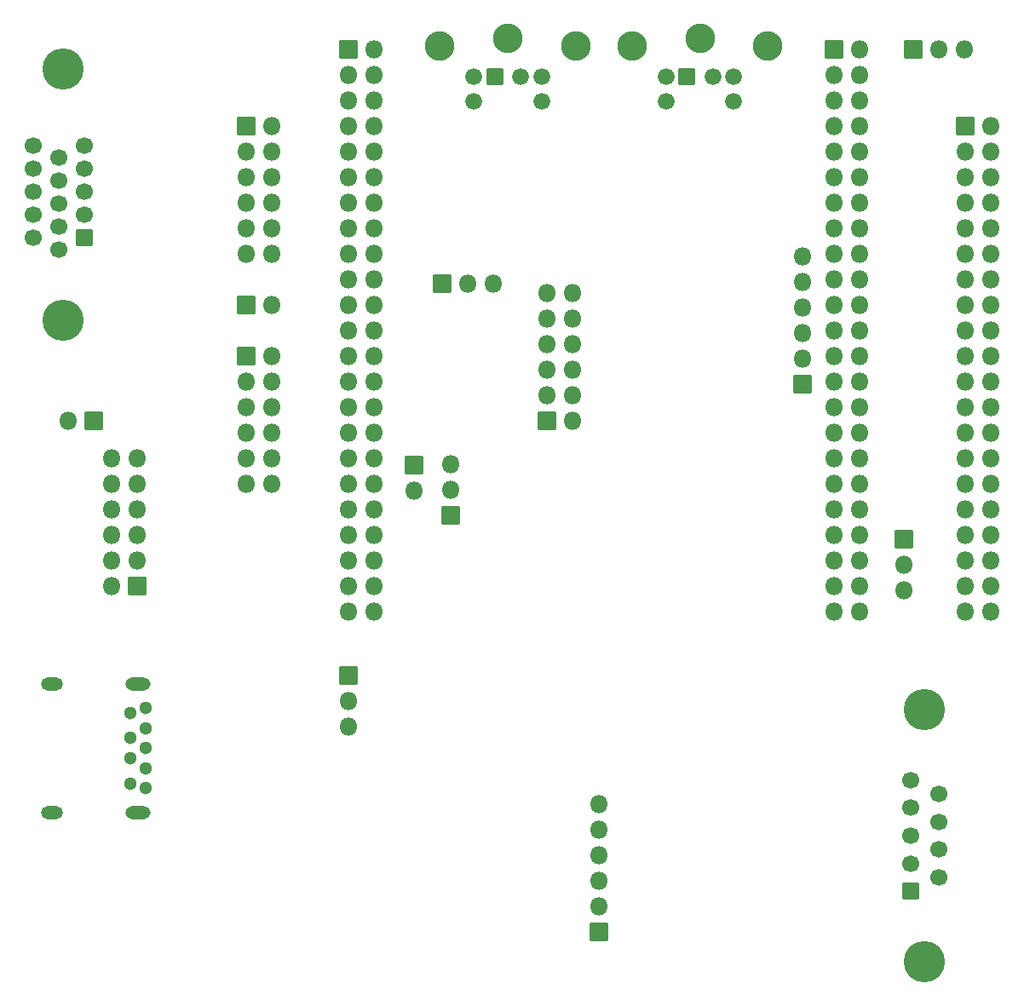
<source format=gbs>
%TF.GenerationSoftware,KiCad,Pcbnew,6.0.0-d3dd2cf0fa~116~ubuntu20.04.1*%
%TF.CreationDate,2022-03-15T23:07:46+01:00*%
%TF.ProjectId,arrow_deca_retro_cape,6172726f-775f-4646-9563-615f72657472,0.71*%
%TF.SameCoordinates,Original*%
%TF.FileFunction,Soldermask,Bot*%
%TF.FilePolarity,Negative*%
%FSLAX46Y46*%
G04 Gerber Fmt 4.6, Leading zero omitted, Abs format (unit mm)*
G04 Created by KiCad (PCBNEW 6.0.0-d3dd2cf0fa~116~ubuntu20.04.1) date 2022-03-15 23:07:46*
%MOMM*%
%LPD*%
G01*
G04 APERTURE LIST*
G04 Aperture macros list*
%AMRoundRect*
0 Rectangle with rounded corners*
0 $1 Rounding radius*
0 $2 $3 $4 $5 $6 $7 $8 $9 X,Y pos of 4 corners*
0 Add a 4 corners polygon primitive as box body*
4,1,4,$2,$3,$4,$5,$6,$7,$8,$9,$2,$3,0*
0 Add four circle primitives for the rounded corners*
1,1,$1+$1,$2,$3*
1,1,$1+$1,$4,$5*
1,1,$1+$1,$6,$7*
1,1,$1+$1,$8,$9*
0 Add four rect primitives between the rounded corners*
20,1,$1+$1,$2,$3,$4,$5,0*
20,1,$1+$1,$4,$5,$6,$7,0*
20,1,$1+$1,$6,$7,$8,$9,0*
20,1,$1+$1,$8,$9,$2,$3,0*%
G04 Aperture macros list end*
%ADD10RoundRect,0.050000X-0.850000X-0.850000X0.850000X-0.850000X0.850000X0.850000X-0.850000X0.850000X0*%
%ADD11O,1.800000X1.800000*%
%ADD12RoundRect,0.050000X0.850000X-0.850000X0.850000X0.850000X-0.850000X0.850000X-0.850000X-0.850000X0*%
%ADD13RoundRect,0.050000X0.850000X0.850000X-0.850000X0.850000X-0.850000X-0.850000X0.850000X-0.850000X0*%
%ADD14C,1.300000*%
%ADD15O,2.500000X1.300000*%
%ADD16O,2.200000X1.300000*%
%ADD17RoundRect,0.050800X-0.787400X-0.787400X0.787400X-0.787400X0.787400X0.787400X-0.787400X0.787400X0*%
%ADD18C,1.676400*%
%ADD19C,2.946400*%
%ADD20C,4.100000*%
%ADD21RoundRect,0.050000X-0.800000X0.800000X-0.800000X-0.800000X0.800000X-0.800000X0.800000X0.800000X0*%
%ADD22C,1.700000*%
%ADD23RoundRect,0.050000X0.800000X-0.800000X0.800000X0.800000X-0.800000X0.800000X-0.800000X-0.800000X0*%
%ADD24RoundRect,0.050000X-0.850000X0.850000X-0.850000X-0.850000X0.850000X-0.850000X0.850000X0.850000X0*%
G04 APERTURE END LIST*
D10*
%TO.C,J9*%
X116840000Y-45720000D03*
D11*
X119380000Y-45720000D03*
X116840000Y-48260000D03*
X119380000Y-48260000D03*
X116840000Y-50800000D03*
X119380000Y-50800000D03*
X116840000Y-53340000D03*
X119380000Y-53340000D03*
X116840000Y-55880000D03*
X119380000Y-55880000D03*
X116840000Y-58420000D03*
X119380000Y-58420000D03*
X116840000Y-60960000D03*
X119380000Y-60960000D03*
X116840000Y-63500000D03*
X119380000Y-63500000D03*
X116840000Y-66040000D03*
X119380000Y-66040000D03*
X116840000Y-68580000D03*
X119380000Y-68580000D03*
X116840000Y-71120000D03*
X119380000Y-71120000D03*
X116840000Y-73660000D03*
X119380000Y-73660000D03*
X116840000Y-76200000D03*
X119380000Y-76200000D03*
X116840000Y-78740000D03*
X119380000Y-78740000D03*
X116840000Y-81280000D03*
X119380000Y-81280000D03*
X116840000Y-83820000D03*
X119380000Y-83820000D03*
X116840000Y-86360000D03*
X119380000Y-86360000D03*
X116840000Y-88900000D03*
X119380000Y-88900000D03*
X116840000Y-91440000D03*
X119380000Y-91440000D03*
X116840000Y-93980000D03*
X119380000Y-93980000D03*
X116840000Y-96520000D03*
X119380000Y-96520000D03*
X116840000Y-99060000D03*
X119380000Y-99060000D03*
X116840000Y-101600000D03*
X119380000Y-101600000D03*
%TD*%
D10*
%TO.C,J8*%
X165100000Y-45720000D03*
D11*
X167640000Y-45720000D03*
X165100000Y-48260000D03*
X167640000Y-48260000D03*
X165100000Y-50800000D03*
X167640000Y-50800000D03*
X165100000Y-53340000D03*
X167640000Y-53340000D03*
X165100000Y-55880000D03*
X167640000Y-55880000D03*
X165100000Y-58420000D03*
X167640000Y-58420000D03*
X165100000Y-60960000D03*
X167640000Y-60960000D03*
X165100000Y-63500000D03*
X167640000Y-63500000D03*
X165100000Y-66040000D03*
X167640000Y-66040000D03*
X165100000Y-68580000D03*
X167640000Y-68580000D03*
X165100000Y-71120000D03*
X167640000Y-71120000D03*
X165100000Y-73660000D03*
X167640000Y-73660000D03*
X165100000Y-76200000D03*
X167640000Y-76200000D03*
X165100000Y-78740000D03*
X167640000Y-78740000D03*
X165100000Y-81280000D03*
X167640000Y-81280000D03*
X165100000Y-83820000D03*
X167640000Y-83820000D03*
X165100000Y-86360000D03*
X167640000Y-86360000D03*
X165100000Y-88900000D03*
X167640000Y-88900000D03*
X165100000Y-91440000D03*
X167640000Y-91440000D03*
X165100000Y-93980000D03*
X167640000Y-93980000D03*
X165100000Y-96520000D03*
X167640000Y-96520000D03*
X165100000Y-99060000D03*
X167640000Y-99060000D03*
X165100000Y-101600000D03*
X167640000Y-101600000D03*
%TD*%
D12*
%TO.C,JP2*%
X126111000Y-68961000D03*
D11*
X128651000Y-68961000D03*
X131191000Y-68961000D03*
%TD*%
D10*
%TO.C,J20*%
X95823469Y-99033400D03*
D11*
X95823469Y-96493400D03*
X95823469Y-93953400D03*
X95823469Y-91413400D03*
X95823469Y-88873400D03*
X95823469Y-86333400D03*
X93283469Y-99033400D03*
X93283469Y-96493400D03*
X93283469Y-93953400D03*
X93283469Y-91413400D03*
X93283469Y-88873400D03*
X93283469Y-86333400D03*
%TD*%
D13*
%TO.C,J16*%
X141745000Y-133426200D03*
D11*
X141745000Y-130886200D03*
X141745000Y-128346200D03*
X141745000Y-125806200D03*
X141745000Y-123266200D03*
X141745000Y-120726200D03*
%TD*%
D14*
%TO.C,J21*%
X95123000Y-111633000D03*
X95123000Y-114133000D03*
X95123000Y-116133000D03*
X95123000Y-118633000D03*
X96623000Y-119133000D03*
X96623000Y-117133000D03*
X96623000Y-115133000D03*
X96623000Y-113133000D03*
X96623000Y-111133000D03*
D15*
X95873000Y-121533000D03*
D16*
X87373000Y-121533000D03*
D15*
X95873000Y-108733000D03*
D16*
X87373000Y-108733000D03*
%TD*%
D13*
%TO.C,J10*%
X136539669Y-82625000D03*
D11*
X139079669Y-82625000D03*
X136539669Y-80085000D03*
X139079669Y-80085000D03*
X136539669Y-77545000D03*
X139079669Y-77545000D03*
X136539669Y-75005000D03*
X139079669Y-75005000D03*
X136539669Y-72465000D03*
X139079669Y-72465000D03*
X136539669Y-69925000D03*
X139079669Y-69925000D03*
%TD*%
D10*
%TO.C,J11*%
X106680000Y-53340000D03*
D11*
X106680000Y-55880000D03*
X106680000Y-58420000D03*
X106680000Y-60960000D03*
X106680000Y-63500000D03*
X106680000Y-66040000D03*
X109220000Y-53340000D03*
X109220000Y-55880000D03*
X109220000Y-58420000D03*
X109220000Y-60960000D03*
X109220000Y-63500000D03*
X109220000Y-66040000D03*
%TD*%
D17*
%TO.C,J5*%
X131359200Y-48387000D03*
D18*
X133950000Y-48387000D03*
X129301800Y-48387000D03*
X136007400Y-48387000D03*
X129301800Y-50876200D03*
X136007400Y-50876200D03*
D19*
X125898200Y-45389800D03*
X132654600Y-44577000D03*
X139411000Y-45389800D03*
%TD*%
D20*
%TO.C,J1*%
X88490269Y-72623600D03*
X88490269Y-47623600D03*
D21*
X90540269Y-64438600D03*
D22*
X90540269Y-62148600D03*
X90540269Y-59858600D03*
X90540269Y-57568600D03*
X90540269Y-55278600D03*
X88000269Y-65583600D03*
X88000269Y-63293600D03*
X88000269Y-61003600D03*
X88000269Y-58713600D03*
X88000269Y-56423600D03*
X85460269Y-64438600D03*
X85460269Y-62148600D03*
X85460269Y-59858600D03*
X85460269Y-57568600D03*
X85460269Y-55278600D03*
%TD*%
D10*
%TO.C,J14*%
X123355000Y-86964200D03*
D11*
X123355000Y-89504200D03*
%TD*%
D17*
%TO.C,J19*%
X150444200Y-48387000D03*
D18*
X153035000Y-48387000D03*
X148386800Y-48387000D03*
X155092400Y-48387000D03*
X148386800Y-50876200D03*
X155092400Y-50876200D03*
D19*
X144983200Y-45389800D03*
X151739600Y-44577000D03*
X158496000Y-45389800D03*
%TD*%
D12*
%TO.C,J15*%
X172987000Y-45669200D03*
D11*
X175527000Y-45669200D03*
X178067000Y-45669200D03*
%TD*%
D20*
%TO.C,J4*%
X174074338Y-136335000D03*
X174074338Y-111335000D03*
D23*
X172654338Y-129375000D03*
D22*
X172654338Y-126605000D03*
X172654338Y-123835000D03*
X172654338Y-121065000D03*
X172654338Y-118295000D03*
X175494338Y-127990000D03*
X175494338Y-125220000D03*
X175494338Y-122450000D03*
X175494338Y-119680000D03*
%TD*%
D13*
%TO.C,J18*%
X127013000Y-92009200D03*
D11*
X127013000Y-89469200D03*
X127013000Y-86929200D03*
%TD*%
D12*
%TO.C,J17*%
X106680000Y-71120000D03*
D11*
X109220000Y-71120000D03*
%TD*%
D10*
%TO.C,J22*%
X116840000Y-107950000D03*
D11*
X116840000Y-110490000D03*
X116840000Y-113030000D03*
%TD*%
D10*
%TO.C,J12*%
X106680000Y-76200000D03*
D11*
X106680000Y-78740000D03*
X106680000Y-81280000D03*
X106680000Y-83820000D03*
X106680000Y-86360000D03*
X106680000Y-88900000D03*
X109220000Y-76200000D03*
X109220000Y-78740000D03*
X109220000Y-81280000D03*
X109220000Y-83820000D03*
X109220000Y-86360000D03*
X109220000Y-88900000D03*
%TD*%
D24*
%TO.C,JP1*%
X91459669Y-82625000D03*
D11*
X88919669Y-82625000D03*
%TD*%
D13*
%TO.C,J3*%
X161925000Y-78994000D03*
D11*
X161925000Y-76454000D03*
X161925000Y-73914000D03*
X161925000Y-71374000D03*
X161925000Y-68834000D03*
X161925000Y-66294000D03*
%TD*%
D10*
%TO.C,J7*%
X172043185Y-94360000D03*
D11*
X172043185Y-96900000D03*
X172043185Y-99440000D03*
%TD*%
D10*
%TO.C,J6*%
X178138185Y-53340000D03*
D11*
X180678185Y-53340000D03*
X178138185Y-55880000D03*
X180678185Y-55880000D03*
X178138185Y-58420000D03*
X180678185Y-58420000D03*
X178138185Y-60960000D03*
X180678185Y-60960000D03*
X178138185Y-63500000D03*
X180678185Y-63500000D03*
X178138185Y-66040000D03*
X180678185Y-66040000D03*
X178138185Y-68580000D03*
X180678185Y-68580000D03*
X178138185Y-71120000D03*
X180678185Y-71120000D03*
X178138185Y-73660000D03*
X180678185Y-73660000D03*
X178138185Y-76200000D03*
X180678185Y-76200000D03*
X178138185Y-78740000D03*
X180678185Y-78740000D03*
X178138185Y-81280000D03*
X180678185Y-81280000D03*
X178138185Y-83820000D03*
X180678185Y-83820000D03*
X178138185Y-86360000D03*
X180678185Y-86360000D03*
X178138185Y-88900000D03*
X180678185Y-88900000D03*
X178138185Y-91440000D03*
X180678185Y-91440000D03*
X178138185Y-93980000D03*
X180678185Y-93980000D03*
X178138185Y-96520000D03*
X180678185Y-96520000D03*
X178138185Y-99060000D03*
X180678185Y-99060000D03*
X178138185Y-101600000D03*
X180678185Y-101600000D03*
%TD*%
M02*

</source>
